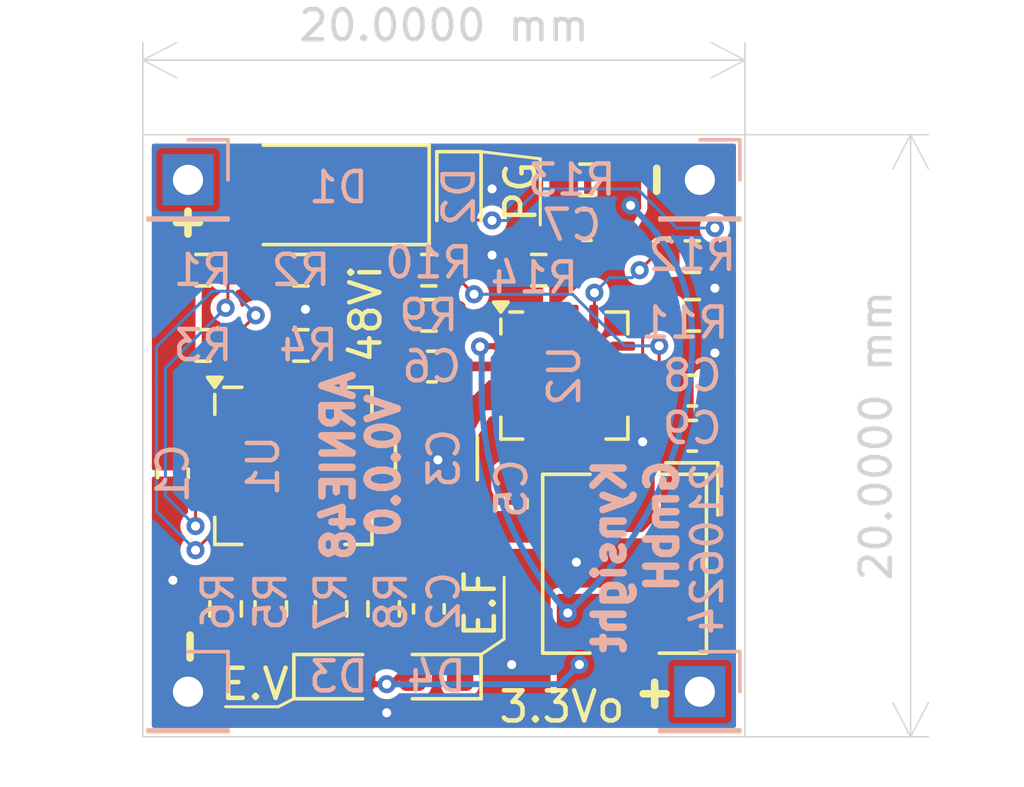
<source format=kicad_pcb>
(kicad_pcb
	(version 20240108)
	(generator "pcbnew")
	(generator_version "8.0")
	(general
		(thickness 1.6)
		(legacy_teardrops no)
	)
	(paper "A4")
	(layers
		(0 "F.Cu" signal)
		(31 "B.Cu" signal)
		(32 "B.Adhes" user "B.Adhesive")
		(33 "F.Adhes" user "F.Adhesive")
		(34 "B.Paste" user)
		(35 "F.Paste" user)
		(36 "B.SilkS" user "B.Silkscreen")
		(37 "F.SilkS" user "F.Silkscreen")
		(38 "B.Mask" user)
		(39 "F.Mask" user)
		(40 "Dwgs.User" user "User.Drawings")
		(41 "Cmts.User" user "User.Comments")
		(42 "Eco1.User" user "User.Eco1")
		(43 "Eco2.User" user "User.Eco2")
		(44 "Edge.Cuts" user)
		(45 "Margin" user)
		(46 "B.CrtYd" user "B.Courtyard")
		(47 "F.CrtYd" user "F.Courtyard")
		(48 "B.Fab" user)
		(49 "F.Fab" user)
		(50 "User.1" user)
		(51 "User.2" user)
		(52 "User.3" user)
		(53 "User.4" user)
		(54 "User.5" user)
		(55 "User.6" user)
		(56 "User.7" user)
		(57 "User.8" user)
		(58 "User.9" user)
	)
	(setup
		(stackup
			(layer "F.SilkS"
				(type "Top Silk Screen")
			)
			(layer "F.Paste"
				(type "Top Solder Paste")
			)
			(layer "F.Mask"
				(type "Top Solder Mask")
				(thickness 0.01)
			)
			(layer "F.Cu"
				(type "copper")
				(thickness 0.035)
			)
			(layer "dielectric 1"
				(type "core")
				(thickness 1.51)
				(material "FR4")
				(epsilon_r 4.5)
				(loss_tangent 0.02)
			)
			(layer "B.Cu"
				(type "copper")
				(thickness 0.035)
			)
			(layer "B.Mask"
				(type "Bottom Solder Mask")
				(thickness 0.01)
			)
			(layer "B.Paste"
				(type "Bottom Solder Paste")
			)
			(layer "B.SilkS"
				(type "Bottom Silk Screen")
			)
			(copper_finish "None")
			(dielectric_constraints no)
		)
		(pad_to_mask_clearance 0)
		(allow_soldermask_bridges_in_footprints no)
		(aux_axis_origin 75 125)
		(grid_origin 75 125)
		(pcbplotparams
			(layerselection 0x00010fc_ffffffff)
			(plot_on_all_layers_selection 0x0000000_00000000)
			(disableapertmacros no)
			(usegerberextensions no)
			(usegerberattributes yes)
			(usegerberadvancedattributes yes)
			(creategerberjobfile yes)
			(dashed_line_dash_ratio 12.000000)
			(dashed_line_gap_ratio 3.000000)
			(svgprecision 4)
			(plotframeref no)
			(viasonmask no)
			(mode 1)
			(useauxorigin no)
			(hpglpennumber 1)
			(hpglpenspeed 20)
			(hpglpendiameter 15.000000)
			(pdf_front_fp_property_popups yes)
			(pdf_back_fp_property_popups yes)
			(dxfpolygonmode yes)
			(dxfimperialunits yes)
			(dxfusepcbnewfont yes)
			(psnegative no)
			(psa4output no)
			(plotreference yes)
			(plotvalue yes)
			(plotfptext yes)
			(plotinvisibletext no)
			(sketchpadsonfab no)
			(subtractmaskfromsilk no)
			(outputformat 1)
			(mirror no)
			(drillshape 1)
			(scaleselection 1)
			(outputdirectory "")
		)
	)
	(net 0 "")
	(net 1 "GND")
	(net 2 "Vin")
	(net 3 "/ID_TSTART")
	(net 4 "VIN")
	(net 5 "unconnected-(U2-SS{slash}TR-Pad14)")
	(net 6 "/DCDC_SW")
	(net 7 "/DCDC_BST")
	(net 8 "/DCDC_VCC")
	(net 9 "Vout")
	(net 10 "/DCDC_FB")
	(net 11 "Net-(D2-A)")
	(net 12 "/ID_UVLO")
	(net 13 "/ID_OVLO")
	(net 14 "/ID_SETI")
	(net 15 "/ID_CLMODE")
	(net 16 "/ID_UVOV")
	(net 17 "/~{ID_FLAG}")
	(net 18 "/DCDC_UVLO")
	(net 19 "/DCDC_FS")
	(net 20 "Net-(U2-PG)")
	(net 21 "unconnected-(U1-N.C-Pad20)")
	(net 22 "unconnected-(U1-N.C-Pad19)")
	(net 23 "unconnected-(U1-EN-Pad9)")
	(net 24 "unconnected-(U1-N.C-Pad16)")
	(net 25 "unconnected-(U1-N.C-Pad18)")
	(net 26 "unconnected-(U1-N.C-Pad17)")
	(net 27 "unconnected-(U2-MSYNC-Pad12)")
	(net 28 "Net-(D3-K)")
	(net 29 "Net-(D4-K)")
	(footprint "Capacitor_SMD:C_0603_1608Metric" (layer "F.Cu") (at 89.75 108 180))
	(footprint "Resistor_SMD:R_0603_1608Metric" (layer "F.Cu") (at 93.25 109.05))
	(footprint "LED_SMD:LED_0603_1608Metric" (layer "F.Cu") (at 84.75 123 180))
	(footprint "Resistor_SMD:R_0603_1608Metric" (layer "F.Cu") (at 93.25 111))
	(footprint "Capacitor_SMD:C_0603_1608Metric" (layer "F.Cu") (at 93.25 113.5 180))
	(footprint "Resistor_SMD:R_0603_1608Metric" (layer "F.Cu") (at 84.5 111 180))
	(footprint "Package_DFN_QFN:TQFN-20-1EP_5x5mm_P0.65mm_EP3.25x3.25mm" (layer "F.Cu") (at 80 116))
	(footprint "Package_DFN_QFN:UQFN-16-1EP_4x4mm_P0.65mm_EP2.6x2.6mm" (layer "F.Cu") (at 89 113))
	(footprint "Resistor_SMD:R_0603_1608Metric" (layer "F.Cu") (at 88.15 109.5 180))
	(footprint "Inductor_SMD:L_Bourns_SRP5030T" (layer "F.Cu") (at 91 119.25 -90))
	(footprint "Resistor_SMD:R_0603_1608Metric" (layer "F.Cu") (at 83 120.75 90))
	(footprint "Resistor_SMD:R_0603_1608Metric" (layer "F.Cu") (at 89.75 106.5 180))
	(footprint "Resistor_SMD:R_0603_1608Metric" (layer "F.Cu") (at 77.75 120.75 -90))
	(footprint "Resistor_SMD:R_0603_1608Metric" (layer "F.Cu") (at 84.5 109.5 180))
	(footprint "Capacitor_SMD:C_0603_1608Metric" (layer "F.Cu") (at 84.6 112.7 180))
	(footprint "LED_SMD:LED_0603_1608Metric" (layer "F.Cu") (at 85.5 107.05 -90))
	(footprint "Capacitor_SMD:C_0603_1608Metric" (layer "F.Cu") (at 84.5 120.75 -90))
	(footprint "Resistor_SMD:R_0603_1608Metric" (layer "F.Cu") (at 77 109.5))
	(footprint "Resistor_SMD:R_0603_1608Metric" (layer "F.Cu") (at 77 112))
	(footprint "Resistor_SMD:R_0603_1608Metric" (layer "F.Cu") (at 81.25 120.75 90))
	(footprint "Resistor_SMD:R_0603_1608Metric" (layer "F.Cu") (at 80.25 109.5))
	(footprint "Diode_SMD:D_SMA" (layer "F.Cu") (at 81 107 180))
	(footprint "Resistor_SMD:R_0603_1608Metric" (layer "F.Cu") (at 79.25 120.75 -90))
	(footprint "Capacitor_SMD:C_0603_1608Metric" (layer "F.Cu") (at 93.25 115 180))
	(footprint "Capacitor_SMD:C_0603_1608Metric" (layer "F.Cu") (at 87.25 117.25 -90))
	(footprint "Resistor_SMD:R_0603_1608Metric" (layer "F.Cu") (at 80.25 112))
	(footprint "LED_SMD:LED_0603_1608Metric" (layer "F.Cu") (at 81.5 123))
	(footprint "Capacitor_SMD:C_1210_3225Metric" (layer "F.Cu") (at 84.75 115.75 -90))
	(footprint "Capacitor_SMD:C_0603_1608Metric" (layer "F.Cu") (at 76 116.25 -90))
	(footprint "Connector_PinHeader_2.54mm:PinHeader_1x01_P2.54mm_Vertical" (layer "B.Cu") (at 93.5 106.5 180))
	(footprint "Connector_PinHeader_2.54mm:PinHeader_1x01_P2.54mm_Vertical" (layer "B.Cu") (at 76.5 123.5 180))
	(footprint "Connector_PinHeader_2.54mm:PinHeader_1x01_P2.54mm_Vertical" (layer "B.Cu") (at 76.5 106.5 180))
	(footprint "Connector_PinHeader_2.54mm:PinHeader_1x01_P2.54mm_Vertical" (layer "B.Cu") (at 93.5 123.5 180))
	(gr_line
		(start 79.5 124)
		(end 77.75 124)
		(stroke
			(width 0.1)
			(type default)
		)
		(layer "F.SilkS")
		(uuid "1ffc8a26-b481-4d68-ba79-8008324556de")
	)
	(gr_line
		(start 88.2 108)
		(end 88.2 105.8)
		(stroke
			(width 0.1)
			(type default)
		)
		(layer "F.SilkS")
		(uuid "20e840bb-0880-47c3-9b44-82848da79e67")
	)
	(gr_line
		(start 80.015 123.735)
		(end 79.5 124)
		(stroke
			(width 0.1)
			(type default)
		)
		(layer "F.SilkS")
		(uuid "43f1b04e-75ae-4cd5-bc78-601335cda9d2")
	)
	(gr_line
		(start 87 121.75)
		(end 87 119.7)
		(stroke
			(width 0.1)
			(type default)
		)
		(layer "F.SilkS")
		(uuid "77a35708-07fc-469b-b5e7-b652ff21d6cf")
	)
	(gr_line
		(start 88.2 105.8)
		(end 86.235 105.565)
		(stroke
			(width 0.1)
			(type default)
		)
		(layer "F.SilkS")
		(uuid "a1df590e-f7ef-47f8-b164-1cc6e584c485")
	)
	(gr_line
		(start 86.235 122.265)
		(end 87 121.75)
		(stroke
			(width 0.1)
			(type default)
		)
		(layer "F.SilkS")
		(uuid "a7fc7691-b5c9-4c76-9e13-79f34e4234d0")
	)
	(gr_rect
		(start 75 105)
		(end 95 125)
		(stroke
			(width 0.05)
			(type default)
		)
		(fill none)
		(layer "Edge.Cuts")
		(uuid "099e7945-f33e-4823-b5e4-e580bd6bd1a7")
	)
	(gr_rect
		(start 76.5 106.5)
		(end 93.5 123.5)
		(locked yes)
		(stroke
			(width 0.1)
			(type default)
		)
		(fill none)
		(layer "User.3")
		(uuid "5d0b8de2-32bc-4d19-89ea-90371bc9294e")
	)
	(gr_text "Kynsight"
		(at 90.5 119 90)
		(layer "B.SilkS")
		(uuid "3640b09d-a2f7-432a-bb08-d878915e4c62")
		(effects
			(font
				(size 1 1)
				(thickness 0.25)
				(bold yes)
			)
			(justify mirror)
		)
	)
	(gr_text "210624"
		(at 93.75 118.75 90)
		(layer "B.SilkS")
		(uuid "675db905-f95d-4abc-9440-d7a158495bbf")
		(effects
			(font
				(size 1 1)
				(thickness 0.15)
			)
			(justify mirror)
		)
	)
	(gr_text "V0.0.0"
		(at 83 116 90)
		(layer "B.SilkS")
		(uuid "a377821a-b9ee-4577-8ff7-8bb69478087a")
		(effects
			(font
				(size 1 1)
				(thickness 0.25)
				(bold yes)
			)
			(justify mirror)
		)
	)
	(gr_text "ARNIE48"
		(at 81.5 116 90)
		(layer "B.SilkS")
		(uuid "dfa8ef8d-673e-4469-836b-0308dc43ffe4")
		(effects
			(font
				(size 1 1)
				(thickness 0.25)
				(bold yes)
			)
			(justify mirror)
		)
	)
	(gr_text "GmbH"
		(at 92.25 118 90)
		(layer "B.SilkS")
		(uuid "edbec254-ad0b-4a8f-980b-5b950a263e5d")
		(effects
			(font
				(size 1 1)
				(thickness 0.25)
				(bold yes)
			)
			(justify mirror)
		)
	)
	(gr_text "3.3Vo"
		(at 86.75 124 0)
		(layer "F.SilkS")
		(uuid "27a32a63-9232-4aa5-b9d9-f87e6ea6dcd0")
		(effects
			(font
				(size 1 1)
				(thickness 0.15)
			)
			(justify left)
		)
	)
	(gr_text "+"
		(at 92 123.5 0)
		(layer "F.SilkS")
		(uuid "29d2f931-93a2-4821-8553-2cbab8f99c98")
		(effects
			(font
				(size 1 1)
				(thickness 0.25)
				(bold yes)
			)
		)
	)
	(gr_text "+"
		(at 76.5 107.85 0)
		(layer "F.SilkS")
		(uuid "309da01f-de57-49a3-a9e5-2d7b998e6eb2")
		(effects
			(font
				(size 1 1)
				(thickness 0.25)
				(bold yes)
			)
		)
	)
	(gr_text "-"
		(at 92 106.5 90)
		(layer "F.SilkS")
		(uuid "416c1924-0481-4aec-b440-a995ec6289de")
		(effects
			(font
				(size 1 1)
				(thickness 0.25)
				(bold yes)
			)
		)
	)
	(gr_text "PG"
		(at 87.55 106.9 90)
		(layer "F.SilkS")
		(uuid "58439f57-a364-4e00-b636-01cbd40821c0")
		(effects
			(font
				(size 1 1)
				(thickness 0.15)
				(bold yes)
			)
		)
	)
	(gr_text "-"
		(at 76.5 122 90)
		(layer "F.SilkS")
		(uuid "76d7368c-a9a1-47c2-8ba3-d00b9c8e644a")
		(effects
			(font
				(size 1 1)
				(thickness 0.25)
				(bold yes)
			)
		)
	)
	(gr_text "E.V"
		(at 77.5 123.25 0)
		(layer "F.SilkS")
		(uuid "b76d07a2-988a-4799-ba41-e429b4b0ad6e")
		(effects
			(font
				(size 1 1)
				(thickness 0.15)
			)
			(justify left)
		)
	)
	(gr_text "48Vi"
		(at 82.4 110.95 90)
		(layer "F.SilkS")
		(uuid "d1305f8e-eeeb-49e1-9c29-3a996914bac4")
		(effects
			(font
				(size 1 1)
				(thickness 0.15)
			)
		)
	)
	(gr_text "E.F"
		(at 86.2 121.8 90)
		(layer "F.SilkS")
		(uuid "e9ff1c4d-c4c3-49ba-9c8b-27540d7ca3dc")
		(effects
			(font
				(size 1 1)
				(thickness 0.15)
			)
			(justify left)
		)
	)
	(dimension
		(type aligned)
		(layer "Edge.Cuts")
		(uuid "6460fded-9754-4a4f-a2c3-bc4b43f8fdd5")
		(pts
			(xy 75 105.525) (xy 95 105.525)
		)
		(height -3)
		(gr_text "20.0000 mm"
			(at 85 101.375 0)
			(layer "Edge.Cuts")
			(uuid "6460fded-9754-4a4f-a2c3-bc4b43f8fdd5")
			(effects
				(font
					(size 1 1)
					(thickness 0.15)
				)
			)
		)
		(format
			(prefix "")
			(suffix "")
			(units 3)
			(units_format 1)
			(precision 4)
		)
		(style
			(thickness 0.05)
			(arrow_length 1.27)
			(text_position_mode 0)
			(extension_height 0.58642)
			(extension_offset 0.5) keep_text_aligned)
	)
	(dimension
		(type aligned)
		(layer "Edge.Cuts")
		(uuid "e2883ee8-90a9-4afb-b31f-4196137482bc")
		(pts
			(xy 94.5 105) (xy 94.5 125)
		)
		(height -6)
		(gr_text "20.0000 mm"
			(at 99.35 115 90)
			(layer "Edge.Cuts")
			(uuid "e2883ee8-90a9-4afb-b31f-4196137482bc")
			(effects
				(font
					(size 1 1)
					(thickness 0.15)
				)
			)
		)
		(format
			(prefix "")
			(suffix "")
			(units 3)
			(units_format 1)
			(precision 4)
		)
		(style
			(thickness 0.05)
			(arrow_length 1.27)
			(text_position_mode 0)
			(extension_height 0.58642)
			(extension_offset 0.5) keep_text_aligned)
	)
	(via
		(at 94 110.1)
		(size 0.6)
		(drill 0.3)
		(layers "F.Cu" "B.Cu")
		(free yes)
		(net 1)
		(uuid "33aba129-0879-48f2-80fd-50d09b26d405")
	)
	(via
		(at 94 112.25)
		(size 0.6)
		(drill 0.3)
		(layers "F.Cu" "B.Cu")
		(free yes)
		(net 1)
		(uuid "3655bed8-7583-465c-a247-d36c5629200e")
	)
	(via
		(at 86.6 106.8)
		(size 0.6)
		(drill 0.3)
		(layers "F.Cu" "B.Cu")
		(free yes)
		(net 1)
		(uuid "3b8ccb46-3c4d-46f5-9508-352ce17d749a")
	)
	(via
		(at 89.4 119.2)
		(size 0.6)
		(drill 0.3)
		(layers "F.Cu" "B.Cu")
		(free yes)
		(net 1)
		(uuid "5a9fffed-bd3e-402d-af84-23cc99a72fda")
	)
	(via
		(at 87.25 122.6)
		(size 0.6)
		(drill 0.3)
		(layers "F.Cu" "B.Cu")
		(free yes)
		(net 1)
		(uuid "5af65f6f-a167-4e53-af25-98155f52d3c3")
	)
	(via
		(at 83.1 124.2)
		(size 0.6)
		(drill 0.3)
		(layers "F.Cu" "B.Cu")
		(free yes)
		(net 1)
		(uuid "612c842f-0c13-4455-8871-f983f371b98c")
	)
	(via
		(at 91.6 115.2)
		(size 0.6)
		(drill 0.3)
		(layers "F.Cu" "B.Cu")
		(free yes)
		(net 1)
		(uuid "75fee02f-1a1e-45ac-a2b0-4c2bc2d52091")
	)
	(via
		(at 86.6 109)
		(size 0.6)
		(drill 0.3)
		(layers "F.Cu" "B.Cu")
		(free yes)
		(net 1)
		(uuid "abc067ea-8341-45e6-93a9-c36c6c0ee48e")
	)
	(via
		(at 80.4 110.8)
		(size 0.6)
		(drill 0.3)
		(layers "F.Cu" "B.Cu")
		(free yes)
		(net 1)
		(uuid "d52c5979-6fd3-42a4-a740-1f5b76c7b608")
	)
	(via
		(at 76 119.8)
		(size 0.6)
		(drill 0.3)
		(layers "F.Cu" "B.Cu")
		(free yes)
		(net 1)
		(uuid "dcce775a-3f63-4a5d-a671-8ce86af9d654")
	)
	(via
		(at 84.8 115.8)
		(size 0.6)
		(drill 0.3)
		(layers "F.Cu" "B.Cu")
		(free yes)
		(net 1)
		(uuid "fc18ec8d-e05a-40f4-a3e9-ab7d50478869")
	)
	(segment
		(start 83.1 116.900001)
		(end 83.1 118.575)
		(width 0.1)
		(layer "F.Cu")
		(net 3)
		(uuid "06735243-15cf-4936-bfa7-ef6eb0315351")
	)
	(segment
		(start 82.849999 116.65)
		(end 83.1 116.900001)
		(width 0.1)
		(layer "F.Cu")
		(net 3)
		(uuid "a140a443-8d81-43fa-adb3-a0739e862fc5")
	)
	(segment
		(start 82.4375 116.65)
		(end 82.849999 116.65)
		(width 0.1)
		(layer "F.Cu")
		(net 3)
		(uuid "dc2b7cfb-56c8-48b0-a3c4-3edde02b91be")
	)
	(segment
		(start 83.1 118.575)
		(end 84.5 119.975)
		(width 0.1)
		(layer "F.Cu")
		(net 3)
		(uuid "fa020723-d114-43ce-9171-2da076a26dbd")
	)
	(segment
		(start 84.075 111)
		(end 84.6 111.525)
		(width 0.1)
		(layer "F.Cu")
		(net 4)
		(uuid "21ece7de-c81e-45ec-bccd-22ee79ea2fc5")
	)
	(segment
		(start 83.675 111)
		(end 84.075 111)
		(width 0.1)
		(layer "F.Cu")
		(ne
... [99472 chars truncated]
</source>
